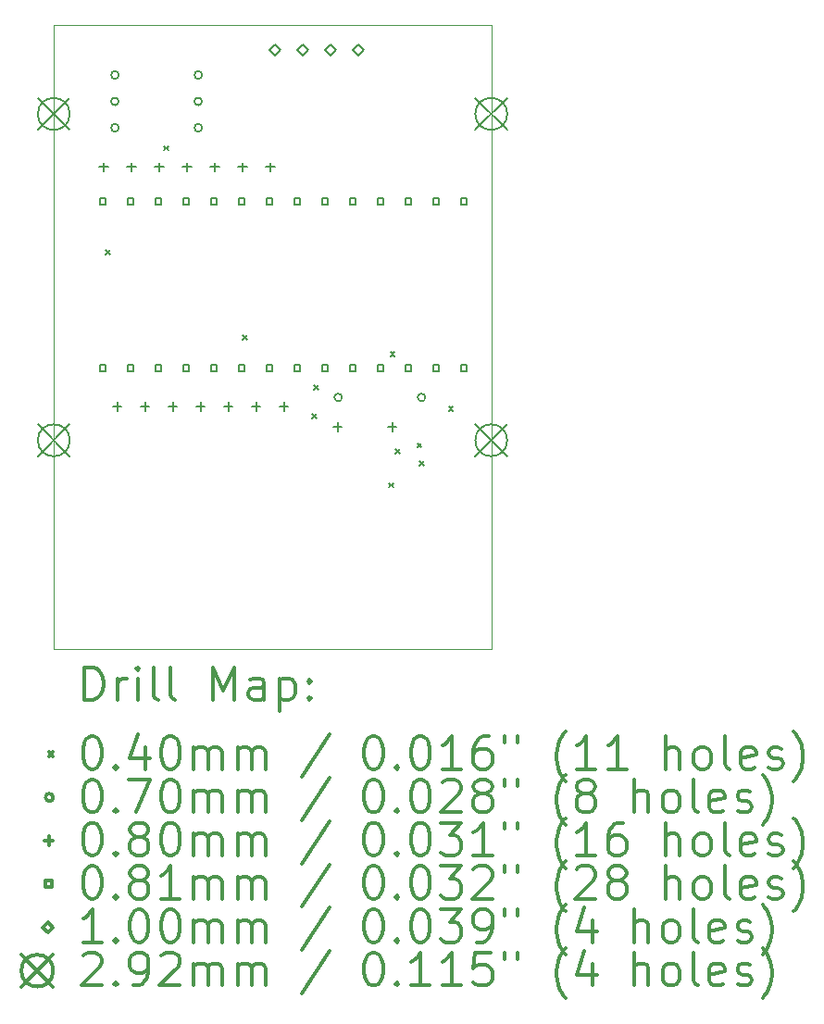
<source format=gbr>
%FSLAX45Y45*%
G04 Gerber Fmt 4.5, Leading zero omitted, Abs format (unit mm)*
G04 Created by KiCad (PCBNEW (5.1.8)-1) date 2021-12-18 01:11:55*
%MOMM*%
%LPD*%
G01*
G04 APERTURE LIST*
%TA.AperFunction,Profile*%
%ADD10C,0.050000*%
%TD*%
%TA.AperFunction,Profile*%
%ADD11C,0.100000*%
%TD*%
%ADD12C,0.200000*%
%ADD13C,0.300000*%
G04 APERTURE END LIST*
D10*
X14033500Y-8026400D02*
X14033500Y-7632700D01*
X10033000Y-8026400D02*
X10033000Y-7632700D01*
X10033000Y-8255000D02*
X10033000Y-8026400D01*
X14033500Y-8255000D02*
X14033500Y-8026400D01*
D11*
X10033000Y-7632700D02*
X14033500Y-7632700D01*
X14033500Y-8255000D02*
X14033500Y-13335000D01*
X14033500Y-13335000D02*
X10033000Y-13335000D01*
X10033000Y-13335000D02*
X10033000Y-8255000D01*
D12*
X10505760Y-9692960D02*
X10545760Y-9732960D01*
X10545760Y-9692960D02*
X10505760Y-9732960D01*
X11039160Y-8737920D02*
X11079160Y-8777920D01*
X11079160Y-8737920D02*
X11039160Y-8777920D01*
X11760520Y-10470200D02*
X11800520Y-10510200D01*
X11800520Y-10470200D02*
X11760520Y-10510200D01*
X12395520Y-11191560D02*
X12435520Y-11231560D01*
X12435520Y-11191560D02*
X12395520Y-11231560D01*
X12411155Y-10927037D02*
X12451155Y-10967037D01*
X12451155Y-10927037D02*
X12411155Y-10967037D01*
X13096560Y-11821480D02*
X13136560Y-11861480D01*
X13136560Y-11821480D02*
X13096560Y-11861480D01*
X13111800Y-10622600D02*
X13151800Y-10662600D01*
X13151800Y-10622600D02*
X13111800Y-10662600D01*
X13157520Y-11511600D02*
X13197520Y-11551600D01*
X13197520Y-11511600D02*
X13157520Y-11551600D01*
X13355640Y-11455720D02*
X13395640Y-11495720D01*
X13395640Y-11455720D02*
X13355640Y-11495720D01*
X13378647Y-11621899D02*
X13418647Y-11661899D01*
X13418647Y-11621899D02*
X13378647Y-11661899D01*
X13645200Y-11120440D02*
X13685200Y-11160440D01*
X13685200Y-11120440D02*
X13645200Y-11160440D01*
X10626800Y-8572500D02*
G75*
G03*
X10626800Y-8572500I-35000J0D01*
G01*
X11388800Y-8572500D02*
G75*
G03*
X11388800Y-8572500I-35000J0D01*
G01*
X10626800Y-8331200D02*
G75*
G03*
X10626800Y-8331200I-35000J0D01*
G01*
X11388800Y-8331200D02*
G75*
G03*
X11388800Y-8331200I-35000J0D01*
G01*
X12668960Y-11038840D02*
G75*
G03*
X12668960Y-11038840I-35000J0D01*
G01*
X13430960Y-11038840D02*
G75*
G03*
X13430960Y-11038840I-35000J0D01*
G01*
X10626800Y-8089900D02*
G75*
G03*
X10626800Y-8089900I-35000J0D01*
G01*
X11388800Y-8089900D02*
G75*
G03*
X11388800Y-8089900I-35000J0D01*
G01*
X10490200Y-8890640D02*
X10490200Y-8970640D01*
X10450200Y-8930640D02*
X10530200Y-8930640D01*
X10744200Y-8890640D02*
X10744200Y-8970640D01*
X10704200Y-8930640D02*
X10784200Y-8930640D01*
X10998200Y-8890640D02*
X10998200Y-8970640D01*
X10958200Y-8930640D02*
X11038200Y-8930640D01*
X11252200Y-8890640D02*
X11252200Y-8970640D01*
X11212200Y-8930640D02*
X11292200Y-8930640D01*
X11506200Y-8890640D02*
X11506200Y-8970640D01*
X11466200Y-8930640D02*
X11546200Y-8930640D01*
X11760200Y-8890640D02*
X11760200Y-8970640D01*
X11720200Y-8930640D02*
X11800200Y-8930640D01*
X12014200Y-8890640D02*
X12014200Y-8970640D01*
X11974200Y-8930640D02*
X12054200Y-8930640D01*
X12628880Y-11268080D02*
X12628880Y-11348080D01*
X12588880Y-11308080D02*
X12668880Y-11308080D01*
X13128880Y-11268080D02*
X13128880Y-11348080D01*
X13088880Y-11308080D02*
X13168880Y-11308080D01*
X10614660Y-11080120D02*
X10614660Y-11160120D01*
X10574660Y-11120120D02*
X10654660Y-11120120D01*
X10868660Y-11080120D02*
X10868660Y-11160120D01*
X10828660Y-11120120D02*
X10908660Y-11120120D01*
X11122660Y-11080120D02*
X11122660Y-11160120D01*
X11082660Y-11120120D02*
X11162660Y-11120120D01*
X11376660Y-11080120D02*
X11376660Y-11160120D01*
X11336660Y-11120120D02*
X11416660Y-11120120D01*
X11630660Y-11080120D02*
X11630660Y-11160120D01*
X11590660Y-11120120D02*
X11670660Y-11120120D01*
X11884660Y-11080120D02*
X11884660Y-11160120D01*
X11844660Y-11120120D02*
X11924660Y-11120120D01*
X12138660Y-11080120D02*
X12138660Y-11160120D01*
X12098660Y-11120120D02*
X12178660Y-11120120D01*
X10510047Y-9275607D02*
X10510047Y-9218133D01*
X10452573Y-9218133D01*
X10452573Y-9275607D01*
X10510047Y-9275607D01*
X10510047Y-10799607D02*
X10510047Y-10742133D01*
X10452573Y-10742133D01*
X10452573Y-10799607D01*
X10510047Y-10799607D01*
X10764047Y-9275607D02*
X10764047Y-9218133D01*
X10706573Y-9218133D01*
X10706573Y-9275607D01*
X10764047Y-9275607D01*
X10764047Y-10799607D02*
X10764047Y-10742133D01*
X10706573Y-10742133D01*
X10706573Y-10799607D01*
X10764047Y-10799607D01*
X11018047Y-9275607D02*
X11018047Y-9218133D01*
X10960573Y-9218133D01*
X10960573Y-9275607D01*
X11018047Y-9275607D01*
X11018047Y-10799607D02*
X11018047Y-10742133D01*
X10960573Y-10742133D01*
X10960573Y-10799607D01*
X11018047Y-10799607D01*
X11272047Y-9275607D02*
X11272047Y-9218133D01*
X11214573Y-9218133D01*
X11214573Y-9275607D01*
X11272047Y-9275607D01*
X11272047Y-10799607D02*
X11272047Y-10742133D01*
X11214573Y-10742133D01*
X11214573Y-10799607D01*
X11272047Y-10799607D01*
X11526047Y-9275607D02*
X11526047Y-9218133D01*
X11468573Y-9218133D01*
X11468573Y-9275607D01*
X11526047Y-9275607D01*
X11526047Y-10799607D02*
X11526047Y-10742133D01*
X11468573Y-10742133D01*
X11468573Y-10799607D01*
X11526047Y-10799607D01*
X11780047Y-9275607D02*
X11780047Y-9218133D01*
X11722573Y-9218133D01*
X11722573Y-9275607D01*
X11780047Y-9275607D01*
X11780047Y-10799607D02*
X11780047Y-10742133D01*
X11722573Y-10742133D01*
X11722573Y-10799607D01*
X11780047Y-10799607D01*
X12034047Y-9275607D02*
X12034047Y-9218133D01*
X11976573Y-9218133D01*
X11976573Y-9275607D01*
X12034047Y-9275607D01*
X12034047Y-10799607D02*
X12034047Y-10742133D01*
X11976573Y-10742133D01*
X11976573Y-10799607D01*
X12034047Y-10799607D01*
X12288047Y-9275607D02*
X12288047Y-9218133D01*
X12230573Y-9218133D01*
X12230573Y-9275607D01*
X12288047Y-9275607D01*
X12288047Y-10799607D02*
X12288047Y-10742133D01*
X12230573Y-10742133D01*
X12230573Y-10799607D01*
X12288047Y-10799607D01*
X12542047Y-9275607D02*
X12542047Y-9218133D01*
X12484573Y-9218133D01*
X12484573Y-9275607D01*
X12542047Y-9275607D01*
X12542047Y-10799607D02*
X12542047Y-10742133D01*
X12484573Y-10742133D01*
X12484573Y-10799607D01*
X12542047Y-10799607D01*
X12796047Y-9275607D02*
X12796047Y-9218133D01*
X12738573Y-9218133D01*
X12738573Y-9275607D01*
X12796047Y-9275607D01*
X12796047Y-10799607D02*
X12796047Y-10742133D01*
X12738573Y-10742133D01*
X12738573Y-10799607D01*
X12796047Y-10799607D01*
X13050047Y-9275607D02*
X13050047Y-9218133D01*
X12992573Y-9218133D01*
X12992573Y-9275607D01*
X13050047Y-9275607D01*
X13050047Y-10799607D02*
X13050047Y-10742133D01*
X12992573Y-10742133D01*
X12992573Y-10799607D01*
X13050047Y-10799607D01*
X13304047Y-9275607D02*
X13304047Y-9218133D01*
X13246573Y-9218133D01*
X13246573Y-9275607D01*
X13304047Y-9275607D01*
X13304047Y-10799607D02*
X13304047Y-10742133D01*
X13246573Y-10742133D01*
X13246573Y-10799607D01*
X13304047Y-10799607D01*
X13558047Y-9275607D02*
X13558047Y-9218133D01*
X13500573Y-9218133D01*
X13500573Y-9275607D01*
X13558047Y-9275607D01*
X13558047Y-10799607D02*
X13558047Y-10742133D01*
X13500573Y-10742133D01*
X13500573Y-10799607D01*
X13558047Y-10799607D01*
X13812047Y-9275607D02*
X13812047Y-9218133D01*
X13754573Y-9218133D01*
X13754573Y-9275607D01*
X13812047Y-9275607D01*
X13812047Y-10799607D02*
X13812047Y-10742133D01*
X13754573Y-10742133D01*
X13754573Y-10799607D01*
X13812047Y-10799607D01*
X12054840Y-7908760D02*
X12104840Y-7858760D01*
X12054840Y-7808760D01*
X12004840Y-7858760D01*
X12054840Y-7908760D01*
X12308840Y-7908760D02*
X12358840Y-7858760D01*
X12308840Y-7808760D01*
X12258840Y-7858760D01*
X12308840Y-7908760D01*
X12562840Y-7908760D02*
X12612840Y-7858760D01*
X12562840Y-7808760D01*
X12512840Y-7858760D01*
X12562840Y-7908760D01*
X12816840Y-7908760D02*
X12866840Y-7858760D01*
X12816840Y-7808760D01*
X12766840Y-7858760D01*
X12816840Y-7908760D01*
X9886950Y-8299450D02*
X10179050Y-8591550D01*
X10179050Y-8299450D02*
X9886950Y-8591550D01*
X10179050Y-8445500D02*
G75*
G03*
X10179050Y-8445500I-146050J0D01*
G01*
X9886950Y-11283950D02*
X10179050Y-11576050D01*
X10179050Y-11283950D02*
X9886950Y-11576050D01*
X10179050Y-11430000D02*
G75*
G03*
X10179050Y-11430000I-146050J0D01*
G01*
X13887450Y-8299450D02*
X14179550Y-8591550D01*
X14179550Y-8299450D02*
X13887450Y-8591550D01*
X14179550Y-8445500D02*
G75*
G03*
X14179550Y-8445500I-146050J0D01*
G01*
X13887450Y-11283950D02*
X14179550Y-11576050D01*
X14179550Y-11283950D02*
X13887450Y-11576050D01*
X14179550Y-11430000D02*
G75*
G03*
X14179550Y-11430000I-146050J0D01*
G01*
D13*
X10314428Y-13805714D02*
X10314428Y-13505714D01*
X10385857Y-13505714D01*
X10428714Y-13520000D01*
X10457286Y-13548571D01*
X10471571Y-13577143D01*
X10485857Y-13634286D01*
X10485857Y-13677143D01*
X10471571Y-13734286D01*
X10457286Y-13762857D01*
X10428714Y-13791429D01*
X10385857Y-13805714D01*
X10314428Y-13805714D01*
X10614428Y-13805714D02*
X10614428Y-13605714D01*
X10614428Y-13662857D02*
X10628714Y-13634286D01*
X10643000Y-13620000D01*
X10671571Y-13605714D01*
X10700143Y-13605714D01*
X10800143Y-13805714D02*
X10800143Y-13605714D01*
X10800143Y-13505714D02*
X10785857Y-13520000D01*
X10800143Y-13534286D01*
X10814428Y-13520000D01*
X10800143Y-13505714D01*
X10800143Y-13534286D01*
X10985857Y-13805714D02*
X10957286Y-13791429D01*
X10943000Y-13762857D01*
X10943000Y-13505714D01*
X11143000Y-13805714D02*
X11114428Y-13791429D01*
X11100143Y-13762857D01*
X11100143Y-13505714D01*
X11485857Y-13805714D02*
X11485857Y-13505714D01*
X11585857Y-13720000D01*
X11685857Y-13505714D01*
X11685857Y-13805714D01*
X11957286Y-13805714D02*
X11957286Y-13648571D01*
X11943000Y-13620000D01*
X11914428Y-13605714D01*
X11857286Y-13605714D01*
X11828714Y-13620000D01*
X11957286Y-13791429D02*
X11928714Y-13805714D01*
X11857286Y-13805714D01*
X11828714Y-13791429D01*
X11814428Y-13762857D01*
X11814428Y-13734286D01*
X11828714Y-13705714D01*
X11857286Y-13691429D01*
X11928714Y-13691429D01*
X11957286Y-13677143D01*
X12100143Y-13605714D02*
X12100143Y-13905714D01*
X12100143Y-13620000D02*
X12128714Y-13605714D01*
X12185857Y-13605714D01*
X12214428Y-13620000D01*
X12228714Y-13634286D01*
X12243000Y-13662857D01*
X12243000Y-13748571D01*
X12228714Y-13777143D01*
X12214428Y-13791429D01*
X12185857Y-13805714D01*
X12128714Y-13805714D01*
X12100143Y-13791429D01*
X12371571Y-13777143D02*
X12385857Y-13791429D01*
X12371571Y-13805714D01*
X12357286Y-13791429D01*
X12371571Y-13777143D01*
X12371571Y-13805714D01*
X12371571Y-13620000D02*
X12385857Y-13634286D01*
X12371571Y-13648571D01*
X12357286Y-13634286D01*
X12371571Y-13620000D01*
X12371571Y-13648571D01*
X9988000Y-14280000D02*
X10028000Y-14320000D01*
X10028000Y-14280000D02*
X9988000Y-14320000D01*
X10371571Y-14135714D02*
X10400143Y-14135714D01*
X10428714Y-14150000D01*
X10443000Y-14164286D01*
X10457286Y-14192857D01*
X10471571Y-14250000D01*
X10471571Y-14321429D01*
X10457286Y-14378571D01*
X10443000Y-14407143D01*
X10428714Y-14421429D01*
X10400143Y-14435714D01*
X10371571Y-14435714D01*
X10343000Y-14421429D01*
X10328714Y-14407143D01*
X10314428Y-14378571D01*
X10300143Y-14321429D01*
X10300143Y-14250000D01*
X10314428Y-14192857D01*
X10328714Y-14164286D01*
X10343000Y-14150000D01*
X10371571Y-14135714D01*
X10600143Y-14407143D02*
X10614428Y-14421429D01*
X10600143Y-14435714D01*
X10585857Y-14421429D01*
X10600143Y-14407143D01*
X10600143Y-14435714D01*
X10871571Y-14235714D02*
X10871571Y-14435714D01*
X10800143Y-14121429D02*
X10728714Y-14335714D01*
X10914428Y-14335714D01*
X11085857Y-14135714D02*
X11114428Y-14135714D01*
X11143000Y-14150000D01*
X11157286Y-14164286D01*
X11171571Y-14192857D01*
X11185857Y-14250000D01*
X11185857Y-14321429D01*
X11171571Y-14378571D01*
X11157286Y-14407143D01*
X11143000Y-14421429D01*
X11114428Y-14435714D01*
X11085857Y-14435714D01*
X11057286Y-14421429D01*
X11043000Y-14407143D01*
X11028714Y-14378571D01*
X11014428Y-14321429D01*
X11014428Y-14250000D01*
X11028714Y-14192857D01*
X11043000Y-14164286D01*
X11057286Y-14150000D01*
X11085857Y-14135714D01*
X11314428Y-14435714D02*
X11314428Y-14235714D01*
X11314428Y-14264286D02*
X11328714Y-14250000D01*
X11357286Y-14235714D01*
X11400143Y-14235714D01*
X11428714Y-14250000D01*
X11443000Y-14278571D01*
X11443000Y-14435714D01*
X11443000Y-14278571D02*
X11457286Y-14250000D01*
X11485857Y-14235714D01*
X11528714Y-14235714D01*
X11557286Y-14250000D01*
X11571571Y-14278571D01*
X11571571Y-14435714D01*
X11714428Y-14435714D02*
X11714428Y-14235714D01*
X11714428Y-14264286D02*
X11728714Y-14250000D01*
X11757286Y-14235714D01*
X11800143Y-14235714D01*
X11828714Y-14250000D01*
X11843000Y-14278571D01*
X11843000Y-14435714D01*
X11843000Y-14278571D02*
X11857286Y-14250000D01*
X11885857Y-14235714D01*
X11928714Y-14235714D01*
X11957286Y-14250000D01*
X11971571Y-14278571D01*
X11971571Y-14435714D01*
X12557286Y-14121429D02*
X12300143Y-14507143D01*
X12943000Y-14135714D02*
X12971571Y-14135714D01*
X13000143Y-14150000D01*
X13014428Y-14164286D01*
X13028714Y-14192857D01*
X13043000Y-14250000D01*
X13043000Y-14321429D01*
X13028714Y-14378571D01*
X13014428Y-14407143D01*
X13000143Y-14421429D01*
X12971571Y-14435714D01*
X12943000Y-14435714D01*
X12914428Y-14421429D01*
X12900143Y-14407143D01*
X12885857Y-14378571D01*
X12871571Y-14321429D01*
X12871571Y-14250000D01*
X12885857Y-14192857D01*
X12900143Y-14164286D01*
X12914428Y-14150000D01*
X12943000Y-14135714D01*
X13171571Y-14407143D02*
X13185857Y-14421429D01*
X13171571Y-14435714D01*
X13157286Y-14421429D01*
X13171571Y-14407143D01*
X13171571Y-14435714D01*
X13371571Y-14135714D02*
X13400143Y-14135714D01*
X13428714Y-14150000D01*
X13443000Y-14164286D01*
X13457286Y-14192857D01*
X13471571Y-14250000D01*
X13471571Y-14321429D01*
X13457286Y-14378571D01*
X13443000Y-14407143D01*
X13428714Y-14421429D01*
X13400143Y-14435714D01*
X13371571Y-14435714D01*
X13343000Y-14421429D01*
X13328714Y-14407143D01*
X13314428Y-14378571D01*
X13300143Y-14321429D01*
X13300143Y-14250000D01*
X13314428Y-14192857D01*
X13328714Y-14164286D01*
X13343000Y-14150000D01*
X13371571Y-14135714D01*
X13757286Y-14435714D02*
X13585857Y-14435714D01*
X13671571Y-14435714D02*
X13671571Y-14135714D01*
X13643000Y-14178571D01*
X13614428Y-14207143D01*
X13585857Y-14221429D01*
X14014428Y-14135714D02*
X13957286Y-14135714D01*
X13928714Y-14150000D01*
X13914428Y-14164286D01*
X13885857Y-14207143D01*
X13871571Y-14264286D01*
X13871571Y-14378571D01*
X13885857Y-14407143D01*
X13900143Y-14421429D01*
X13928714Y-14435714D01*
X13985857Y-14435714D01*
X14014428Y-14421429D01*
X14028714Y-14407143D01*
X14043000Y-14378571D01*
X14043000Y-14307143D01*
X14028714Y-14278571D01*
X14014428Y-14264286D01*
X13985857Y-14250000D01*
X13928714Y-14250000D01*
X13900143Y-14264286D01*
X13885857Y-14278571D01*
X13871571Y-14307143D01*
X14157286Y-14135714D02*
X14157286Y-14192857D01*
X14271571Y-14135714D02*
X14271571Y-14192857D01*
X14714428Y-14550000D02*
X14700143Y-14535714D01*
X14671571Y-14492857D01*
X14657286Y-14464286D01*
X14643000Y-14421429D01*
X14628714Y-14350000D01*
X14628714Y-14292857D01*
X14643000Y-14221429D01*
X14657286Y-14178571D01*
X14671571Y-14150000D01*
X14700143Y-14107143D01*
X14714428Y-14092857D01*
X14985857Y-14435714D02*
X14814428Y-14435714D01*
X14900143Y-14435714D02*
X14900143Y-14135714D01*
X14871571Y-14178571D01*
X14843000Y-14207143D01*
X14814428Y-14221429D01*
X15271571Y-14435714D02*
X15100143Y-14435714D01*
X15185857Y-14435714D02*
X15185857Y-14135714D01*
X15157286Y-14178571D01*
X15128714Y-14207143D01*
X15100143Y-14221429D01*
X15628714Y-14435714D02*
X15628714Y-14135714D01*
X15757286Y-14435714D02*
X15757286Y-14278571D01*
X15743000Y-14250000D01*
X15714428Y-14235714D01*
X15671571Y-14235714D01*
X15643000Y-14250000D01*
X15628714Y-14264286D01*
X15943000Y-14435714D02*
X15914428Y-14421429D01*
X15900143Y-14407143D01*
X15885857Y-14378571D01*
X15885857Y-14292857D01*
X15900143Y-14264286D01*
X15914428Y-14250000D01*
X15943000Y-14235714D01*
X15985857Y-14235714D01*
X16014428Y-14250000D01*
X16028714Y-14264286D01*
X16043000Y-14292857D01*
X16043000Y-14378571D01*
X16028714Y-14407143D01*
X16014428Y-14421429D01*
X15985857Y-14435714D01*
X15943000Y-14435714D01*
X16214428Y-14435714D02*
X16185857Y-14421429D01*
X16171571Y-14392857D01*
X16171571Y-14135714D01*
X16443000Y-14421429D02*
X16414428Y-14435714D01*
X16357286Y-14435714D01*
X16328714Y-14421429D01*
X16314428Y-14392857D01*
X16314428Y-14278571D01*
X16328714Y-14250000D01*
X16357286Y-14235714D01*
X16414428Y-14235714D01*
X16443000Y-14250000D01*
X16457286Y-14278571D01*
X16457286Y-14307143D01*
X16314428Y-14335714D01*
X16571571Y-14421429D02*
X16600143Y-14435714D01*
X16657286Y-14435714D01*
X16685857Y-14421429D01*
X16700143Y-14392857D01*
X16700143Y-14378571D01*
X16685857Y-14350000D01*
X16657286Y-14335714D01*
X16614428Y-14335714D01*
X16585857Y-14321429D01*
X16571571Y-14292857D01*
X16571571Y-14278571D01*
X16585857Y-14250000D01*
X16614428Y-14235714D01*
X16657286Y-14235714D01*
X16685857Y-14250000D01*
X16800143Y-14550000D02*
X16814428Y-14535714D01*
X16843000Y-14492857D01*
X16857286Y-14464286D01*
X16871571Y-14421429D01*
X16885857Y-14350000D01*
X16885857Y-14292857D01*
X16871571Y-14221429D01*
X16857286Y-14178571D01*
X16843000Y-14150000D01*
X16814428Y-14107143D01*
X16800143Y-14092857D01*
X10028000Y-14696000D02*
G75*
G03*
X10028000Y-14696000I-35000J0D01*
G01*
X10371571Y-14531714D02*
X10400143Y-14531714D01*
X10428714Y-14546000D01*
X10443000Y-14560286D01*
X10457286Y-14588857D01*
X10471571Y-14646000D01*
X10471571Y-14717429D01*
X10457286Y-14774571D01*
X10443000Y-14803143D01*
X10428714Y-14817429D01*
X10400143Y-14831714D01*
X10371571Y-14831714D01*
X10343000Y-14817429D01*
X10328714Y-14803143D01*
X10314428Y-14774571D01*
X10300143Y-14717429D01*
X10300143Y-14646000D01*
X10314428Y-14588857D01*
X10328714Y-14560286D01*
X10343000Y-14546000D01*
X10371571Y-14531714D01*
X10600143Y-14803143D02*
X10614428Y-14817429D01*
X10600143Y-14831714D01*
X10585857Y-14817429D01*
X10600143Y-14803143D01*
X10600143Y-14831714D01*
X10714428Y-14531714D02*
X10914428Y-14531714D01*
X10785857Y-14831714D01*
X11085857Y-14531714D02*
X11114428Y-14531714D01*
X11143000Y-14546000D01*
X11157286Y-14560286D01*
X11171571Y-14588857D01*
X11185857Y-14646000D01*
X11185857Y-14717429D01*
X11171571Y-14774571D01*
X11157286Y-14803143D01*
X11143000Y-14817429D01*
X11114428Y-14831714D01*
X11085857Y-14831714D01*
X11057286Y-14817429D01*
X11043000Y-14803143D01*
X11028714Y-14774571D01*
X11014428Y-14717429D01*
X11014428Y-14646000D01*
X11028714Y-14588857D01*
X11043000Y-14560286D01*
X11057286Y-14546000D01*
X11085857Y-14531714D01*
X11314428Y-14831714D02*
X11314428Y-14631714D01*
X11314428Y-14660286D02*
X11328714Y-14646000D01*
X11357286Y-14631714D01*
X11400143Y-14631714D01*
X11428714Y-14646000D01*
X11443000Y-14674571D01*
X11443000Y-14831714D01*
X11443000Y-14674571D02*
X11457286Y-14646000D01*
X11485857Y-14631714D01*
X11528714Y-14631714D01*
X11557286Y-14646000D01*
X11571571Y-14674571D01*
X11571571Y-14831714D01*
X11714428Y-14831714D02*
X11714428Y-14631714D01*
X11714428Y-14660286D02*
X11728714Y-14646000D01*
X11757286Y-14631714D01*
X11800143Y-14631714D01*
X11828714Y-14646000D01*
X11843000Y-14674571D01*
X11843000Y-14831714D01*
X11843000Y-14674571D02*
X11857286Y-14646000D01*
X11885857Y-14631714D01*
X11928714Y-14631714D01*
X11957286Y-14646000D01*
X11971571Y-14674571D01*
X11971571Y-14831714D01*
X12557286Y-14517429D02*
X12300143Y-14903143D01*
X12943000Y-14531714D02*
X12971571Y-14531714D01*
X13000143Y-14546000D01*
X13014428Y-14560286D01*
X13028714Y-14588857D01*
X13043000Y-14646000D01*
X13043000Y-14717429D01*
X13028714Y-14774571D01*
X13014428Y-14803143D01*
X13000143Y-14817429D01*
X12971571Y-14831714D01*
X12943000Y-14831714D01*
X12914428Y-14817429D01*
X12900143Y-14803143D01*
X12885857Y-14774571D01*
X12871571Y-14717429D01*
X12871571Y-14646000D01*
X12885857Y-14588857D01*
X12900143Y-14560286D01*
X12914428Y-14546000D01*
X12943000Y-14531714D01*
X13171571Y-14803143D02*
X13185857Y-14817429D01*
X13171571Y-14831714D01*
X13157286Y-14817429D01*
X13171571Y-14803143D01*
X13171571Y-14831714D01*
X13371571Y-14531714D02*
X13400143Y-14531714D01*
X13428714Y-14546000D01*
X13443000Y-14560286D01*
X13457286Y-14588857D01*
X13471571Y-14646000D01*
X13471571Y-14717429D01*
X13457286Y-14774571D01*
X13443000Y-14803143D01*
X13428714Y-14817429D01*
X13400143Y-14831714D01*
X13371571Y-14831714D01*
X13343000Y-14817429D01*
X13328714Y-14803143D01*
X13314428Y-14774571D01*
X13300143Y-14717429D01*
X13300143Y-14646000D01*
X13314428Y-14588857D01*
X13328714Y-14560286D01*
X13343000Y-14546000D01*
X13371571Y-14531714D01*
X13585857Y-14560286D02*
X13600143Y-14546000D01*
X13628714Y-14531714D01*
X13700143Y-14531714D01*
X13728714Y-14546000D01*
X13743000Y-14560286D01*
X13757286Y-14588857D01*
X13757286Y-14617429D01*
X13743000Y-14660286D01*
X13571571Y-14831714D01*
X13757286Y-14831714D01*
X13928714Y-14660286D02*
X13900143Y-14646000D01*
X13885857Y-14631714D01*
X13871571Y-14603143D01*
X13871571Y-14588857D01*
X13885857Y-14560286D01*
X13900143Y-14546000D01*
X13928714Y-14531714D01*
X13985857Y-14531714D01*
X14014428Y-14546000D01*
X14028714Y-14560286D01*
X14043000Y-14588857D01*
X14043000Y-14603143D01*
X14028714Y-14631714D01*
X14014428Y-14646000D01*
X13985857Y-14660286D01*
X13928714Y-14660286D01*
X13900143Y-14674571D01*
X13885857Y-14688857D01*
X13871571Y-14717429D01*
X13871571Y-14774571D01*
X13885857Y-14803143D01*
X13900143Y-14817429D01*
X13928714Y-14831714D01*
X13985857Y-14831714D01*
X14014428Y-14817429D01*
X14028714Y-14803143D01*
X14043000Y-14774571D01*
X14043000Y-14717429D01*
X14028714Y-14688857D01*
X14014428Y-14674571D01*
X13985857Y-14660286D01*
X14157286Y-14531714D02*
X14157286Y-14588857D01*
X14271571Y-14531714D02*
X14271571Y-14588857D01*
X14714428Y-14946000D02*
X14700143Y-14931714D01*
X14671571Y-14888857D01*
X14657286Y-14860286D01*
X14643000Y-14817429D01*
X14628714Y-14746000D01*
X14628714Y-14688857D01*
X14643000Y-14617429D01*
X14657286Y-14574571D01*
X14671571Y-14546000D01*
X14700143Y-14503143D01*
X14714428Y-14488857D01*
X14871571Y-14660286D02*
X14843000Y-14646000D01*
X14828714Y-14631714D01*
X14814428Y-14603143D01*
X14814428Y-14588857D01*
X14828714Y-14560286D01*
X14843000Y-14546000D01*
X14871571Y-14531714D01*
X14928714Y-14531714D01*
X14957286Y-14546000D01*
X14971571Y-14560286D01*
X14985857Y-14588857D01*
X14985857Y-14603143D01*
X14971571Y-14631714D01*
X14957286Y-14646000D01*
X14928714Y-14660286D01*
X14871571Y-14660286D01*
X14843000Y-14674571D01*
X14828714Y-14688857D01*
X14814428Y-14717429D01*
X14814428Y-14774571D01*
X14828714Y-14803143D01*
X14843000Y-14817429D01*
X14871571Y-14831714D01*
X14928714Y-14831714D01*
X14957286Y-14817429D01*
X14971571Y-14803143D01*
X14985857Y-14774571D01*
X14985857Y-14717429D01*
X14971571Y-14688857D01*
X14957286Y-14674571D01*
X14928714Y-14660286D01*
X15343000Y-14831714D02*
X15343000Y-14531714D01*
X15471571Y-14831714D02*
X15471571Y-14674571D01*
X15457286Y-14646000D01*
X15428714Y-14631714D01*
X15385857Y-14631714D01*
X15357286Y-14646000D01*
X15343000Y-14660286D01*
X15657286Y-14831714D02*
X15628714Y-14817429D01*
X15614428Y-14803143D01*
X15600143Y-14774571D01*
X15600143Y-14688857D01*
X15614428Y-14660286D01*
X15628714Y-14646000D01*
X15657286Y-14631714D01*
X15700143Y-14631714D01*
X15728714Y-14646000D01*
X15743000Y-14660286D01*
X15757286Y-14688857D01*
X15757286Y-14774571D01*
X15743000Y-14803143D01*
X15728714Y-14817429D01*
X15700143Y-14831714D01*
X15657286Y-14831714D01*
X15928714Y-14831714D02*
X15900143Y-14817429D01*
X15885857Y-14788857D01*
X15885857Y-14531714D01*
X16157286Y-14817429D02*
X16128714Y-14831714D01*
X16071571Y-14831714D01*
X16043000Y-14817429D01*
X16028714Y-14788857D01*
X16028714Y-14674571D01*
X16043000Y-14646000D01*
X16071571Y-14631714D01*
X16128714Y-14631714D01*
X16157286Y-14646000D01*
X16171571Y-14674571D01*
X16171571Y-14703143D01*
X16028714Y-14731714D01*
X16285857Y-14817429D02*
X16314428Y-14831714D01*
X16371571Y-14831714D01*
X16400143Y-14817429D01*
X16414428Y-14788857D01*
X16414428Y-14774571D01*
X16400143Y-14746000D01*
X16371571Y-14731714D01*
X16328714Y-14731714D01*
X16300143Y-14717429D01*
X16285857Y-14688857D01*
X16285857Y-14674571D01*
X16300143Y-14646000D01*
X16328714Y-14631714D01*
X16371571Y-14631714D01*
X16400143Y-14646000D01*
X16514428Y-14946000D02*
X16528714Y-14931714D01*
X16557286Y-14888857D01*
X16571571Y-14860286D01*
X16585857Y-14817429D01*
X16600143Y-14746000D01*
X16600143Y-14688857D01*
X16585857Y-14617429D01*
X16571571Y-14574571D01*
X16557286Y-14546000D01*
X16528714Y-14503143D01*
X16514428Y-14488857D01*
X9988000Y-15052000D02*
X9988000Y-15132000D01*
X9948000Y-15092000D02*
X10028000Y-15092000D01*
X10371571Y-14927714D02*
X10400143Y-14927714D01*
X10428714Y-14942000D01*
X10443000Y-14956286D01*
X10457286Y-14984857D01*
X10471571Y-15042000D01*
X10471571Y-15113429D01*
X10457286Y-15170571D01*
X10443000Y-15199143D01*
X10428714Y-15213429D01*
X10400143Y-15227714D01*
X10371571Y-15227714D01*
X10343000Y-15213429D01*
X10328714Y-15199143D01*
X10314428Y-15170571D01*
X10300143Y-15113429D01*
X10300143Y-15042000D01*
X10314428Y-14984857D01*
X10328714Y-14956286D01*
X10343000Y-14942000D01*
X10371571Y-14927714D01*
X10600143Y-15199143D02*
X10614428Y-15213429D01*
X10600143Y-15227714D01*
X10585857Y-15213429D01*
X10600143Y-15199143D01*
X10600143Y-15227714D01*
X10785857Y-15056286D02*
X10757286Y-15042000D01*
X10743000Y-15027714D01*
X10728714Y-14999143D01*
X10728714Y-14984857D01*
X10743000Y-14956286D01*
X10757286Y-14942000D01*
X10785857Y-14927714D01*
X10843000Y-14927714D01*
X10871571Y-14942000D01*
X10885857Y-14956286D01*
X10900143Y-14984857D01*
X10900143Y-14999143D01*
X10885857Y-15027714D01*
X10871571Y-15042000D01*
X10843000Y-15056286D01*
X10785857Y-15056286D01*
X10757286Y-15070571D01*
X10743000Y-15084857D01*
X10728714Y-15113429D01*
X10728714Y-15170571D01*
X10743000Y-15199143D01*
X10757286Y-15213429D01*
X10785857Y-15227714D01*
X10843000Y-15227714D01*
X10871571Y-15213429D01*
X10885857Y-15199143D01*
X10900143Y-15170571D01*
X10900143Y-15113429D01*
X10885857Y-15084857D01*
X10871571Y-15070571D01*
X10843000Y-15056286D01*
X11085857Y-14927714D02*
X11114428Y-14927714D01*
X11143000Y-14942000D01*
X11157286Y-14956286D01*
X11171571Y-14984857D01*
X11185857Y-15042000D01*
X11185857Y-15113429D01*
X11171571Y-15170571D01*
X11157286Y-15199143D01*
X11143000Y-15213429D01*
X11114428Y-15227714D01*
X11085857Y-15227714D01*
X11057286Y-15213429D01*
X11043000Y-15199143D01*
X11028714Y-15170571D01*
X11014428Y-15113429D01*
X11014428Y-15042000D01*
X11028714Y-14984857D01*
X11043000Y-14956286D01*
X11057286Y-14942000D01*
X11085857Y-14927714D01*
X11314428Y-15227714D02*
X11314428Y-15027714D01*
X11314428Y-15056286D02*
X11328714Y-15042000D01*
X11357286Y-15027714D01*
X11400143Y-15027714D01*
X11428714Y-15042000D01*
X11443000Y-15070571D01*
X11443000Y-15227714D01*
X11443000Y-15070571D02*
X11457286Y-15042000D01*
X11485857Y-15027714D01*
X11528714Y-15027714D01*
X11557286Y-15042000D01*
X11571571Y-15070571D01*
X11571571Y-15227714D01*
X11714428Y-15227714D02*
X11714428Y-15027714D01*
X11714428Y-15056286D02*
X11728714Y-15042000D01*
X11757286Y-15027714D01*
X11800143Y-15027714D01*
X11828714Y-15042000D01*
X11843000Y-15070571D01*
X11843000Y-15227714D01*
X11843000Y-15070571D02*
X11857286Y-15042000D01*
X11885857Y-15027714D01*
X11928714Y-15027714D01*
X11957286Y-15042000D01*
X11971571Y-15070571D01*
X11971571Y-15227714D01*
X12557286Y-14913429D02*
X12300143Y-15299143D01*
X12943000Y-14927714D02*
X12971571Y-14927714D01*
X13000143Y-14942000D01*
X13014428Y-14956286D01*
X13028714Y-14984857D01*
X13043000Y-15042000D01*
X13043000Y-15113429D01*
X13028714Y-15170571D01*
X13014428Y-15199143D01*
X13000143Y-15213429D01*
X12971571Y-15227714D01*
X12943000Y-15227714D01*
X12914428Y-15213429D01*
X12900143Y-15199143D01*
X12885857Y-15170571D01*
X12871571Y-15113429D01*
X12871571Y-15042000D01*
X12885857Y-14984857D01*
X12900143Y-14956286D01*
X12914428Y-14942000D01*
X12943000Y-14927714D01*
X13171571Y-15199143D02*
X13185857Y-15213429D01*
X13171571Y-15227714D01*
X13157286Y-15213429D01*
X13171571Y-15199143D01*
X13171571Y-15227714D01*
X13371571Y-14927714D02*
X13400143Y-14927714D01*
X13428714Y-14942000D01*
X13443000Y-14956286D01*
X13457286Y-14984857D01*
X13471571Y-15042000D01*
X13471571Y-15113429D01*
X13457286Y-15170571D01*
X13443000Y-15199143D01*
X13428714Y-15213429D01*
X13400143Y-15227714D01*
X13371571Y-15227714D01*
X13343000Y-15213429D01*
X13328714Y-15199143D01*
X13314428Y-15170571D01*
X13300143Y-15113429D01*
X13300143Y-15042000D01*
X13314428Y-14984857D01*
X13328714Y-14956286D01*
X13343000Y-14942000D01*
X13371571Y-14927714D01*
X13571571Y-14927714D02*
X13757286Y-14927714D01*
X13657286Y-15042000D01*
X13700143Y-15042000D01*
X13728714Y-15056286D01*
X13743000Y-15070571D01*
X13757286Y-15099143D01*
X13757286Y-15170571D01*
X13743000Y-15199143D01*
X13728714Y-15213429D01*
X13700143Y-15227714D01*
X13614428Y-15227714D01*
X13585857Y-15213429D01*
X13571571Y-15199143D01*
X14043000Y-15227714D02*
X13871571Y-15227714D01*
X13957286Y-15227714D02*
X13957286Y-14927714D01*
X13928714Y-14970571D01*
X13900143Y-14999143D01*
X13871571Y-15013429D01*
X14157286Y-14927714D02*
X14157286Y-14984857D01*
X14271571Y-14927714D02*
X14271571Y-14984857D01*
X14714428Y-15342000D02*
X14700143Y-15327714D01*
X14671571Y-15284857D01*
X14657286Y-15256286D01*
X14643000Y-15213429D01*
X14628714Y-15142000D01*
X14628714Y-15084857D01*
X14643000Y-15013429D01*
X14657286Y-14970571D01*
X14671571Y-14942000D01*
X14700143Y-14899143D01*
X14714428Y-14884857D01*
X14985857Y-15227714D02*
X14814428Y-15227714D01*
X14900143Y-15227714D02*
X14900143Y-14927714D01*
X14871571Y-14970571D01*
X14843000Y-14999143D01*
X14814428Y-15013429D01*
X15243000Y-14927714D02*
X15185857Y-14927714D01*
X15157286Y-14942000D01*
X15143000Y-14956286D01*
X15114428Y-14999143D01*
X15100143Y-15056286D01*
X15100143Y-15170571D01*
X15114428Y-15199143D01*
X15128714Y-15213429D01*
X15157286Y-15227714D01*
X15214428Y-15227714D01*
X15243000Y-15213429D01*
X15257286Y-15199143D01*
X15271571Y-15170571D01*
X15271571Y-15099143D01*
X15257286Y-15070571D01*
X15243000Y-15056286D01*
X15214428Y-15042000D01*
X15157286Y-15042000D01*
X15128714Y-15056286D01*
X15114428Y-15070571D01*
X15100143Y-15099143D01*
X15628714Y-15227714D02*
X15628714Y-14927714D01*
X15757286Y-15227714D02*
X15757286Y-15070571D01*
X15743000Y-15042000D01*
X15714428Y-15027714D01*
X15671571Y-15027714D01*
X15643000Y-15042000D01*
X15628714Y-15056286D01*
X15943000Y-15227714D02*
X15914428Y-15213429D01*
X15900143Y-15199143D01*
X15885857Y-15170571D01*
X15885857Y-15084857D01*
X15900143Y-15056286D01*
X15914428Y-15042000D01*
X15943000Y-15027714D01*
X15985857Y-15027714D01*
X16014428Y-15042000D01*
X16028714Y-15056286D01*
X16043000Y-15084857D01*
X16043000Y-15170571D01*
X16028714Y-15199143D01*
X16014428Y-15213429D01*
X15985857Y-15227714D01*
X15943000Y-15227714D01*
X16214428Y-15227714D02*
X16185857Y-15213429D01*
X16171571Y-15184857D01*
X16171571Y-14927714D01*
X16443000Y-15213429D02*
X16414428Y-15227714D01*
X16357286Y-15227714D01*
X16328714Y-15213429D01*
X16314428Y-15184857D01*
X16314428Y-15070571D01*
X16328714Y-15042000D01*
X16357286Y-15027714D01*
X16414428Y-15027714D01*
X16443000Y-15042000D01*
X16457286Y-15070571D01*
X16457286Y-15099143D01*
X16314428Y-15127714D01*
X16571571Y-15213429D02*
X16600143Y-15227714D01*
X16657286Y-15227714D01*
X16685857Y-15213429D01*
X16700143Y-15184857D01*
X16700143Y-15170571D01*
X16685857Y-15142000D01*
X16657286Y-15127714D01*
X16614428Y-15127714D01*
X16585857Y-15113429D01*
X16571571Y-15084857D01*
X16571571Y-15070571D01*
X16585857Y-15042000D01*
X16614428Y-15027714D01*
X16657286Y-15027714D01*
X16685857Y-15042000D01*
X16800143Y-15342000D02*
X16814428Y-15327714D01*
X16843000Y-15284857D01*
X16857286Y-15256286D01*
X16871571Y-15213429D01*
X16885857Y-15142000D01*
X16885857Y-15084857D01*
X16871571Y-15013429D01*
X16857286Y-14970571D01*
X16843000Y-14942000D01*
X16814428Y-14899143D01*
X16800143Y-14884857D01*
X10016097Y-15516737D02*
X10016097Y-15459263D01*
X9958623Y-15459263D01*
X9958623Y-15516737D01*
X10016097Y-15516737D01*
X10371571Y-15323714D02*
X10400143Y-15323714D01*
X10428714Y-15338000D01*
X10443000Y-15352286D01*
X10457286Y-15380857D01*
X10471571Y-15438000D01*
X10471571Y-15509429D01*
X10457286Y-15566571D01*
X10443000Y-15595143D01*
X10428714Y-15609429D01*
X10400143Y-15623714D01*
X10371571Y-15623714D01*
X10343000Y-15609429D01*
X10328714Y-15595143D01*
X10314428Y-15566571D01*
X10300143Y-15509429D01*
X10300143Y-15438000D01*
X10314428Y-15380857D01*
X10328714Y-15352286D01*
X10343000Y-15338000D01*
X10371571Y-15323714D01*
X10600143Y-15595143D02*
X10614428Y-15609429D01*
X10600143Y-15623714D01*
X10585857Y-15609429D01*
X10600143Y-15595143D01*
X10600143Y-15623714D01*
X10785857Y-15452286D02*
X10757286Y-15438000D01*
X10743000Y-15423714D01*
X10728714Y-15395143D01*
X10728714Y-15380857D01*
X10743000Y-15352286D01*
X10757286Y-15338000D01*
X10785857Y-15323714D01*
X10843000Y-15323714D01*
X10871571Y-15338000D01*
X10885857Y-15352286D01*
X10900143Y-15380857D01*
X10900143Y-15395143D01*
X10885857Y-15423714D01*
X10871571Y-15438000D01*
X10843000Y-15452286D01*
X10785857Y-15452286D01*
X10757286Y-15466571D01*
X10743000Y-15480857D01*
X10728714Y-15509429D01*
X10728714Y-15566571D01*
X10743000Y-15595143D01*
X10757286Y-15609429D01*
X10785857Y-15623714D01*
X10843000Y-15623714D01*
X10871571Y-15609429D01*
X10885857Y-15595143D01*
X10900143Y-15566571D01*
X10900143Y-15509429D01*
X10885857Y-15480857D01*
X10871571Y-15466571D01*
X10843000Y-15452286D01*
X11185857Y-15623714D02*
X11014428Y-15623714D01*
X11100143Y-15623714D02*
X11100143Y-15323714D01*
X11071571Y-15366571D01*
X11043000Y-15395143D01*
X11014428Y-15409429D01*
X11314428Y-15623714D02*
X11314428Y-15423714D01*
X11314428Y-15452286D02*
X11328714Y-15438000D01*
X11357286Y-15423714D01*
X11400143Y-15423714D01*
X11428714Y-15438000D01*
X11443000Y-15466571D01*
X11443000Y-15623714D01*
X11443000Y-15466571D02*
X11457286Y-15438000D01*
X11485857Y-15423714D01*
X11528714Y-15423714D01*
X11557286Y-15438000D01*
X11571571Y-15466571D01*
X11571571Y-15623714D01*
X11714428Y-15623714D02*
X11714428Y-15423714D01*
X11714428Y-15452286D02*
X11728714Y-15438000D01*
X11757286Y-15423714D01*
X11800143Y-15423714D01*
X11828714Y-15438000D01*
X11843000Y-15466571D01*
X11843000Y-15623714D01*
X11843000Y-15466571D02*
X11857286Y-15438000D01*
X11885857Y-15423714D01*
X11928714Y-15423714D01*
X11957286Y-15438000D01*
X11971571Y-15466571D01*
X11971571Y-15623714D01*
X12557286Y-15309429D02*
X12300143Y-15695143D01*
X12943000Y-15323714D02*
X12971571Y-15323714D01*
X13000143Y-15338000D01*
X13014428Y-15352286D01*
X13028714Y-15380857D01*
X13043000Y-15438000D01*
X13043000Y-15509429D01*
X13028714Y-15566571D01*
X13014428Y-15595143D01*
X13000143Y-15609429D01*
X12971571Y-15623714D01*
X12943000Y-15623714D01*
X12914428Y-15609429D01*
X12900143Y-15595143D01*
X12885857Y-15566571D01*
X12871571Y-15509429D01*
X12871571Y-15438000D01*
X12885857Y-15380857D01*
X12900143Y-15352286D01*
X12914428Y-15338000D01*
X12943000Y-15323714D01*
X13171571Y-15595143D02*
X13185857Y-15609429D01*
X13171571Y-15623714D01*
X13157286Y-15609429D01*
X13171571Y-15595143D01*
X13171571Y-15623714D01*
X13371571Y-15323714D02*
X13400143Y-15323714D01*
X13428714Y-15338000D01*
X13443000Y-15352286D01*
X13457286Y-15380857D01*
X13471571Y-15438000D01*
X13471571Y-15509429D01*
X13457286Y-15566571D01*
X13443000Y-15595143D01*
X13428714Y-15609429D01*
X13400143Y-15623714D01*
X13371571Y-15623714D01*
X13343000Y-15609429D01*
X13328714Y-15595143D01*
X13314428Y-15566571D01*
X13300143Y-15509429D01*
X13300143Y-15438000D01*
X13314428Y-15380857D01*
X13328714Y-15352286D01*
X13343000Y-15338000D01*
X13371571Y-15323714D01*
X13571571Y-15323714D02*
X13757286Y-15323714D01*
X13657286Y-15438000D01*
X13700143Y-15438000D01*
X13728714Y-15452286D01*
X13743000Y-15466571D01*
X13757286Y-15495143D01*
X13757286Y-15566571D01*
X13743000Y-15595143D01*
X13728714Y-15609429D01*
X13700143Y-15623714D01*
X13614428Y-15623714D01*
X13585857Y-15609429D01*
X13571571Y-15595143D01*
X13871571Y-15352286D02*
X13885857Y-15338000D01*
X13914428Y-15323714D01*
X13985857Y-15323714D01*
X14014428Y-15338000D01*
X14028714Y-15352286D01*
X14043000Y-15380857D01*
X14043000Y-15409429D01*
X14028714Y-15452286D01*
X13857286Y-15623714D01*
X14043000Y-15623714D01*
X14157286Y-15323714D02*
X14157286Y-15380857D01*
X14271571Y-15323714D02*
X14271571Y-15380857D01*
X14714428Y-15738000D02*
X14700143Y-15723714D01*
X14671571Y-15680857D01*
X14657286Y-15652286D01*
X14643000Y-15609429D01*
X14628714Y-15538000D01*
X14628714Y-15480857D01*
X14643000Y-15409429D01*
X14657286Y-15366571D01*
X14671571Y-15338000D01*
X14700143Y-15295143D01*
X14714428Y-15280857D01*
X14814428Y-15352286D02*
X14828714Y-15338000D01*
X14857286Y-15323714D01*
X14928714Y-15323714D01*
X14957286Y-15338000D01*
X14971571Y-15352286D01*
X14985857Y-15380857D01*
X14985857Y-15409429D01*
X14971571Y-15452286D01*
X14800143Y-15623714D01*
X14985857Y-15623714D01*
X15157286Y-15452286D02*
X15128714Y-15438000D01*
X15114428Y-15423714D01*
X15100143Y-15395143D01*
X15100143Y-15380857D01*
X15114428Y-15352286D01*
X15128714Y-15338000D01*
X15157286Y-15323714D01*
X15214428Y-15323714D01*
X15243000Y-15338000D01*
X15257286Y-15352286D01*
X15271571Y-15380857D01*
X15271571Y-15395143D01*
X15257286Y-15423714D01*
X15243000Y-15438000D01*
X15214428Y-15452286D01*
X15157286Y-15452286D01*
X15128714Y-15466571D01*
X15114428Y-15480857D01*
X15100143Y-15509429D01*
X15100143Y-15566571D01*
X15114428Y-15595143D01*
X15128714Y-15609429D01*
X15157286Y-15623714D01*
X15214428Y-15623714D01*
X15243000Y-15609429D01*
X15257286Y-15595143D01*
X15271571Y-15566571D01*
X15271571Y-15509429D01*
X15257286Y-15480857D01*
X15243000Y-15466571D01*
X15214428Y-15452286D01*
X15628714Y-15623714D02*
X15628714Y-15323714D01*
X15757286Y-15623714D02*
X15757286Y-15466571D01*
X15743000Y-15438000D01*
X15714428Y-15423714D01*
X15671571Y-15423714D01*
X15643000Y-15438000D01*
X15628714Y-15452286D01*
X15943000Y-15623714D02*
X15914428Y-15609429D01*
X15900143Y-15595143D01*
X15885857Y-15566571D01*
X15885857Y-15480857D01*
X15900143Y-15452286D01*
X15914428Y-15438000D01*
X15943000Y-15423714D01*
X15985857Y-15423714D01*
X16014428Y-15438000D01*
X16028714Y-15452286D01*
X16043000Y-15480857D01*
X16043000Y-15566571D01*
X16028714Y-15595143D01*
X16014428Y-15609429D01*
X15985857Y-15623714D01*
X15943000Y-15623714D01*
X16214428Y-15623714D02*
X16185857Y-15609429D01*
X16171571Y-15580857D01*
X16171571Y-15323714D01*
X16443000Y-15609429D02*
X16414428Y-15623714D01*
X16357286Y-15623714D01*
X16328714Y-15609429D01*
X16314428Y-15580857D01*
X16314428Y-15466571D01*
X16328714Y-15438000D01*
X16357286Y-15423714D01*
X16414428Y-15423714D01*
X16443000Y-15438000D01*
X16457286Y-15466571D01*
X16457286Y-15495143D01*
X16314428Y-15523714D01*
X16571571Y-15609429D02*
X16600143Y-15623714D01*
X16657286Y-15623714D01*
X16685857Y-15609429D01*
X16700143Y-15580857D01*
X16700143Y-15566571D01*
X16685857Y-15538000D01*
X16657286Y-15523714D01*
X16614428Y-15523714D01*
X16585857Y-15509429D01*
X16571571Y-15480857D01*
X16571571Y-15466571D01*
X16585857Y-15438000D01*
X16614428Y-15423714D01*
X16657286Y-15423714D01*
X16685857Y-15438000D01*
X16800143Y-15738000D02*
X16814428Y-15723714D01*
X16843000Y-15680857D01*
X16857286Y-15652286D01*
X16871571Y-15609429D01*
X16885857Y-15538000D01*
X16885857Y-15480857D01*
X16871571Y-15409429D01*
X16857286Y-15366571D01*
X16843000Y-15338000D01*
X16814428Y-15295143D01*
X16800143Y-15280857D01*
X9978000Y-15934000D02*
X10028000Y-15884000D01*
X9978000Y-15834000D01*
X9928000Y-15884000D01*
X9978000Y-15934000D01*
X10471571Y-16019714D02*
X10300143Y-16019714D01*
X10385857Y-16019714D02*
X10385857Y-15719714D01*
X10357286Y-15762571D01*
X10328714Y-15791143D01*
X10300143Y-15805429D01*
X10600143Y-15991143D02*
X10614428Y-16005429D01*
X10600143Y-16019714D01*
X10585857Y-16005429D01*
X10600143Y-15991143D01*
X10600143Y-16019714D01*
X10800143Y-15719714D02*
X10828714Y-15719714D01*
X10857286Y-15734000D01*
X10871571Y-15748286D01*
X10885857Y-15776857D01*
X10900143Y-15834000D01*
X10900143Y-15905429D01*
X10885857Y-15962571D01*
X10871571Y-15991143D01*
X10857286Y-16005429D01*
X10828714Y-16019714D01*
X10800143Y-16019714D01*
X10771571Y-16005429D01*
X10757286Y-15991143D01*
X10743000Y-15962571D01*
X10728714Y-15905429D01*
X10728714Y-15834000D01*
X10743000Y-15776857D01*
X10757286Y-15748286D01*
X10771571Y-15734000D01*
X10800143Y-15719714D01*
X11085857Y-15719714D02*
X11114428Y-15719714D01*
X11143000Y-15734000D01*
X11157286Y-15748286D01*
X11171571Y-15776857D01*
X11185857Y-15834000D01*
X11185857Y-15905429D01*
X11171571Y-15962571D01*
X11157286Y-15991143D01*
X11143000Y-16005429D01*
X11114428Y-16019714D01*
X11085857Y-16019714D01*
X11057286Y-16005429D01*
X11043000Y-15991143D01*
X11028714Y-15962571D01*
X11014428Y-15905429D01*
X11014428Y-15834000D01*
X11028714Y-15776857D01*
X11043000Y-15748286D01*
X11057286Y-15734000D01*
X11085857Y-15719714D01*
X11314428Y-16019714D02*
X11314428Y-15819714D01*
X11314428Y-15848286D02*
X11328714Y-15834000D01*
X11357286Y-15819714D01*
X11400143Y-15819714D01*
X11428714Y-15834000D01*
X11443000Y-15862571D01*
X11443000Y-16019714D01*
X11443000Y-15862571D02*
X11457286Y-15834000D01*
X11485857Y-15819714D01*
X11528714Y-15819714D01*
X11557286Y-15834000D01*
X11571571Y-15862571D01*
X11571571Y-16019714D01*
X11714428Y-16019714D02*
X11714428Y-15819714D01*
X11714428Y-15848286D02*
X11728714Y-15834000D01*
X11757286Y-15819714D01*
X11800143Y-15819714D01*
X11828714Y-15834000D01*
X11843000Y-15862571D01*
X11843000Y-16019714D01*
X11843000Y-15862571D02*
X11857286Y-15834000D01*
X11885857Y-15819714D01*
X11928714Y-15819714D01*
X11957286Y-15834000D01*
X11971571Y-15862571D01*
X11971571Y-16019714D01*
X12557286Y-15705429D02*
X12300143Y-16091143D01*
X12943000Y-15719714D02*
X12971571Y-15719714D01*
X13000143Y-15734000D01*
X13014428Y-15748286D01*
X13028714Y-15776857D01*
X13043000Y-15834000D01*
X13043000Y-15905429D01*
X13028714Y-15962571D01*
X13014428Y-15991143D01*
X13000143Y-16005429D01*
X12971571Y-16019714D01*
X12943000Y-16019714D01*
X12914428Y-16005429D01*
X12900143Y-15991143D01*
X12885857Y-15962571D01*
X12871571Y-15905429D01*
X12871571Y-15834000D01*
X12885857Y-15776857D01*
X12900143Y-15748286D01*
X12914428Y-15734000D01*
X12943000Y-15719714D01*
X13171571Y-15991143D02*
X13185857Y-16005429D01*
X13171571Y-16019714D01*
X13157286Y-16005429D01*
X13171571Y-15991143D01*
X13171571Y-16019714D01*
X13371571Y-15719714D02*
X13400143Y-15719714D01*
X13428714Y-15734000D01*
X13443000Y-15748286D01*
X13457286Y-15776857D01*
X13471571Y-15834000D01*
X13471571Y-15905429D01*
X13457286Y-15962571D01*
X13443000Y-15991143D01*
X13428714Y-16005429D01*
X13400143Y-16019714D01*
X13371571Y-16019714D01*
X13343000Y-16005429D01*
X13328714Y-15991143D01*
X13314428Y-15962571D01*
X13300143Y-15905429D01*
X13300143Y-15834000D01*
X13314428Y-15776857D01*
X13328714Y-15748286D01*
X13343000Y-15734000D01*
X13371571Y-15719714D01*
X13571571Y-15719714D02*
X13757286Y-15719714D01*
X13657286Y-15834000D01*
X13700143Y-15834000D01*
X13728714Y-15848286D01*
X13743000Y-15862571D01*
X13757286Y-15891143D01*
X13757286Y-15962571D01*
X13743000Y-15991143D01*
X13728714Y-16005429D01*
X13700143Y-16019714D01*
X13614428Y-16019714D01*
X13585857Y-16005429D01*
X13571571Y-15991143D01*
X13900143Y-16019714D02*
X13957286Y-16019714D01*
X13985857Y-16005429D01*
X14000143Y-15991143D01*
X14028714Y-15948286D01*
X14043000Y-15891143D01*
X14043000Y-15776857D01*
X14028714Y-15748286D01*
X14014428Y-15734000D01*
X13985857Y-15719714D01*
X13928714Y-15719714D01*
X13900143Y-15734000D01*
X13885857Y-15748286D01*
X13871571Y-15776857D01*
X13871571Y-15848286D01*
X13885857Y-15876857D01*
X13900143Y-15891143D01*
X13928714Y-15905429D01*
X13985857Y-15905429D01*
X14014428Y-15891143D01*
X14028714Y-15876857D01*
X14043000Y-15848286D01*
X14157286Y-15719714D02*
X14157286Y-15776857D01*
X14271571Y-15719714D02*
X14271571Y-15776857D01*
X14714428Y-16134000D02*
X14700143Y-16119714D01*
X14671571Y-16076857D01*
X14657286Y-16048286D01*
X14643000Y-16005429D01*
X14628714Y-15934000D01*
X14628714Y-15876857D01*
X14643000Y-15805429D01*
X14657286Y-15762571D01*
X14671571Y-15734000D01*
X14700143Y-15691143D01*
X14714428Y-15676857D01*
X14957286Y-15819714D02*
X14957286Y-16019714D01*
X14885857Y-15705429D02*
X14814428Y-15919714D01*
X15000143Y-15919714D01*
X15343000Y-16019714D02*
X15343000Y-15719714D01*
X15471571Y-16019714D02*
X15471571Y-15862571D01*
X15457286Y-15834000D01*
X15428714Y-15819714D01*
X15385857Y-15819714D01*
X15357286Y-15834000D01*
X15343000Y-15848286D01*
X15657286Y-16019714D02*
X15628714Y-16005429D01*
X15614428Y-15991143D01*
X15600143Y-15962571D01*
X15600143Y-15876857D01*
X15614428Y-15848286D01*
X15628714Y-15834000D01*
X15657286Y-15819714D01*
X15700143Y-15819714D01*
X15728714Y-15834000D01*
X15743000Y-15848286D01*
X15757286Y-15876857D01*
X15757286Y-15962571D01*
X15743000Y-15991143D01*
X15728714Y-16005429D01*
X15700143Y-16019714D01*
X15657286Y-16019714D01*
X15928714Y-16019714D02*
X15900143Y-16005429D01*
X15885857Y-15976857D01*
X15885857Y-15719714D01*
X16157286Y-16005429D02*
X16128714Y-16019714D01*
X16071571Y-16019714D01*
X16043000Y-16005429D01*
X16028714Y-15976857D01*
X16028714Y-15862571D01*
X16043000Y-15834000D01*
X16071571Y-15819714D01*
X16128714Y-15819714D01*
X16157286Y-15834000D01*
X16171571Y-15862571D01*
X16171571Y-15891143D01*
X16028714Y-15919714D01*
X16285857Y-16005429D02*
X16314428Y-16019714D01*
X16371571Y-16019714D01*
X16400143Y-16005429D01*
X16414428Y-15976857D01*
X16414428Y-15962571D01*
X16400143Y-15934000D01*
X16371571Y-15919714D01*
X16328714Y-15919714D01*
X16300143Y-15905429D01*
X16285857Y-15876857D01*
X16285857Y-15862571D01*
X16300143Y-15834000D01*
X16328714Y-15819714D01*
X16371571Y-15819714D01*
X16400143Y-15834000D01*
X16514428Y-16134000D02*
X16528714Y-16119714D01*
X16557286Y-16076857D01*
X16571571Y-16048286D01*
X16585857Y-16005429D01*
X16600143Y-15934000D01*
X16600143Y-15876857D01*
X16585857Y-15805429D01*
X16571571Y-15762571D01*
X16557286Y-15734000D01*
X16528714Y-15691143D01*
X16514428Y-15676857D01*
X9735900Y-16133950D02*
X10028000Y-16426050D01*
X10028000Y-16133950D02*
X9735900Y-16426050D01*
X10028000Y-16280000D02*
G75*
G03*
X10028000Y-16280000I-146050J0D01*
G01*
X10300143Y-16144286D02*
X10314428Y-16130000D01*
X10343000Y-16115714D01*
X10414428Y-16115714D01*
X10443000Y-16130000D01*
X10457286Y-16144286D01*
X10471571Y-16172857D01*
X10471571Y-16201429D01*
X10457286Y-16244286D01*
X10285857Y-16415714D01*
X10471571Y-16415714D01*
X10600143Y-16387143D02*
X10614428Y-16401429D01*
X10600143Y-16415714D01*
X10585857Y-16401429D01*
X10600143Y-16387143D01*
X10600143Y-16415714D01*
X10757286Y-16415714D02*
X10814428Y-16415714D01*
X10843000Y-16401429D01*
X10857286Y-16387143D01*
X10885857Y-16344286D01*
X10900143Y-16287143D01*
X10900143Y-16172857D01*
X10885857Y-16144286D01*
X10871571Y-16130000D01*
X10843000Y-16115714D01*
X10785857Y-16115714D01*
X10757286Y-16130000D01*
X10743000Y-16144286D01*
X10728714Y-16172857D01*
X10728714Y-16244286D01*
X10743000Y-16272857D01*
X10757286Y-16287143D01*
X10785857Y-16301429D01*
X10843000Y-16301429D01*
X10871571Y-16287143D01*
X10885857Y-16272857D01*
X10900143Y-16244286D01*
X11014428Y-16144286D02*
X11028714Y-16130000D01*
X11057286Y-16115714D01*
X11128714Y-16115714D01*
X11157286Y-16130000D01*
X11171571Y-16144286D01*
X11185857Y-16172857D01*
X11185857Y-16201429D01*
X11171571Y-16244286D01*
X11000143Y-16415714D01*
X11185857Y-16415714D01*
X11314428Y-16415714D02*
X11314428Y-16215714D01*
X11314428Y-16244286D02*
X11328714Y-16230000D01*
X11357286Y-16215714D01*
X11400143Y-16215714D01*
X11428714Y-16230000D01*
X11443000Y-16258571D01*
X11443000Y-16415714D01*
X11443000Y-16258571D02*
X11457286Y-16230000D01*
X11485857Y-16215714D01*
X11528714Y-16215714D01*
X11557286Y-16230000D01*
X11571571Y-16258571D01*
X11571571Y-16415714D01*
X11714428Y-16415714D02*
X11714428Y-16215714D01*
X11714428Y-16244286D02*
X11728714Y-16230000D01*
X11757286Y-16215714D01*
X11800143Y-16215714D01*
X11828714Y-16230000D01*
X11843000Y-16258571D01*
X11843000Y-16415714D01*
X11843000Y-16258571D02*
X11857286Y-16230000D01*
X11885857Y-16215714D01*
X11928714Y-16215714D01*
X11957286Y-16230000D01*
X11971571Y-16258571D01*
X11971571Y-16415714D01*
X12557286Y-16101429D02*
X12300143Y-16487143D01*
X12943000Y-16115714D02*
X12971571Y-16115714D01*
X13000143Y-16130000D01*
X13014428Y-16144286D01*
X13028714Y-16172857D01*
X13043000Y-16230000D01*
X13043000Y-16301429D01*
X13028714Y-16358571D01*
X13014428Y-16387143D01*
X13000143Y-16401429D01*
X12971571Y-16415714D01*
X12943000Y-16415714D01*
X12914428Y-16401429D01*
X12900143Y-16387143D01*
X12885857Y-16358571D01*
X12871571Y-16301429D01*
X12871571Y-16230000D01*
X12885857Y-16172857D01*
X12900143Y-16144286D01*
X12914428Y-16130000D01*
X12943000Y-16115714D01*
X13171571Y-16387143D02*
X13185857Y-16401429D01*
X13171571Y-16415714D01*
X13157286Y-16401429D01*
X13171571Y-16387143D01*
X13171571Y-16415714D01*
X13471571Y-16415714D02*
X13300143Y-16415714D01*
X13385857Y-16415714D02*
X13385857Y-16115714D01*
X13357286Y-16158571D01*
X13328714Y-16187143D01*
X13300143Y-16201429D01*
X13757286Y-16415714D02*
X13585857Y-16415714D01*
X13671571Y-16415714D02*
X13671571Y-16115714D01*
X13643000Y-16158571D01*
X13614428Y-16187143D01*
X13585857Y-16201429D01*
X14028714Y-16115714D02*
X13885857Y-16115714D01*
X13871571Y-16258571D01*
X13885857Y-16244286D01*
X13914428Y-16230000D01*
X13985857Y-16230000D01*
X14014428Y-16244286D01*
X14028714Y-16258571D01*
X14043000Y-16287143D01*
X14043000Y-16358571D01*
X14028714Y-16387143D01*
X14014428Y-16401429D01*
X13985857Y-16415714D01*
X13914428Y-16415714D01*
X13885857Y-16401429D01*
X13871571Y-16387143D01*
X14157286Y-16115714D02*
X14157286Y-16172857D01*
X14271571Y-16115714D02*
X14271571Y-16172857D01*
X14714428Y-16530000D02*
X14700143Y-16515714D01*
X14671571Y-16472857D01*
X14657286Y-16444286D01*
X14643000Y-16401429D01*
X14628714Y-16330000D01*
X14628714Y-16272857D01*
X14643000Y-16201429D01*
X14657286Y-16158571D01*
X14671571Y-16130000D01*
X14700143Y-16087143D01*
X14714428Y-16072857D01*
X14957286Y-16215714D02*
X14957286Y-16415714D01*
X14885857Y-16101429D02*
X14814428Y-16315714D01*
X15000143Y-16315714D01*
X15343000Y-16415714D02*
X15343000Y-16115714D01*
X15471571Y-16415714D02*
X15471571Y-16258571D01*
X15457286Y-16230000D01*
X15428714Y-16215714D01*
X15385857Y-16215714D01*
X15357286Y-16230000D01*
X15343000Y-16244286D01*
X15657286Y-16415714D02*
X15628714Y-16401429D01*
X15614428Y-16387143D01*
X15600143Y-16358571D01*
X15600143Y-16272857D01*
X15614428Y-16244286D01*
X15628714Y-16230000D01*
X15657286Y-16215714D01*
X15700143Y-16215714D01*
X15728714Y-16230000D01*
X15743000Y-16244286D01*
X15757286Y-16272857D01*
X15757286Y-16358571D01*
X15743000Y-16387143D01*
X15728714Y-16401429D01*
X15700143Y-16415714D01*
X15657286Y-16415714D01*
X15928714Y-16415714D02*
X15900143Y-16401429D01*
X15885857Y-16372857D01*
X15885857Y-16115714D01*
X16157286Y-16401429D02*
X16128714Y-16415714D01*
X16071571Y-16415714D01*
X16043000Y-16401429D01*
X16028714Y-16372857D01*
X16028714Y-16258571D01*
X16043000Y-16230000D01*
X16071571Y-16215714D01*
X16128714Y-16215714D01*
X16157286Y-16230000D01*
X16171571Y-16258571D01*
X16171571Y-16287143D01*
X16028714Y-16315714D01*
X16285857Y-16401429D02*
X16314428Y-16415714D01*
X16371571Y-16415714D01*
X16400143Y-16401429D01*
X16414428Y-16372857D01*
X16414428Y-16358571D01*
X16400143Y-16330000D01*
X16371571Y-16315714D01*
X16328714Y-16315714D01*
X16300143Y-16301429D01*
X16285857Y-16272857D01*
X16285857Y-16258571D01*
X16300143Y-16230000D01*
X16328714Y-16215714D01*
X16371571Y-16215714D01*
X16400143Y-16230000D01*
X16514428Y-16530000D02*
X16528714Y-16515714D01*
X16557286Y-16472857D01*
X16571571Y-16444286D01*
X16585857Y-16401429D01*
X16600143Y-16330000D01*
X16600143Y-16272857D01*
X16585857Y-16201429D01*
X16571571Y-16158571D01*
X16557286Y-16130000D01*
X16528714Y-16087143D01*
X16514428Y-16072857D01*
M02*

</source>
